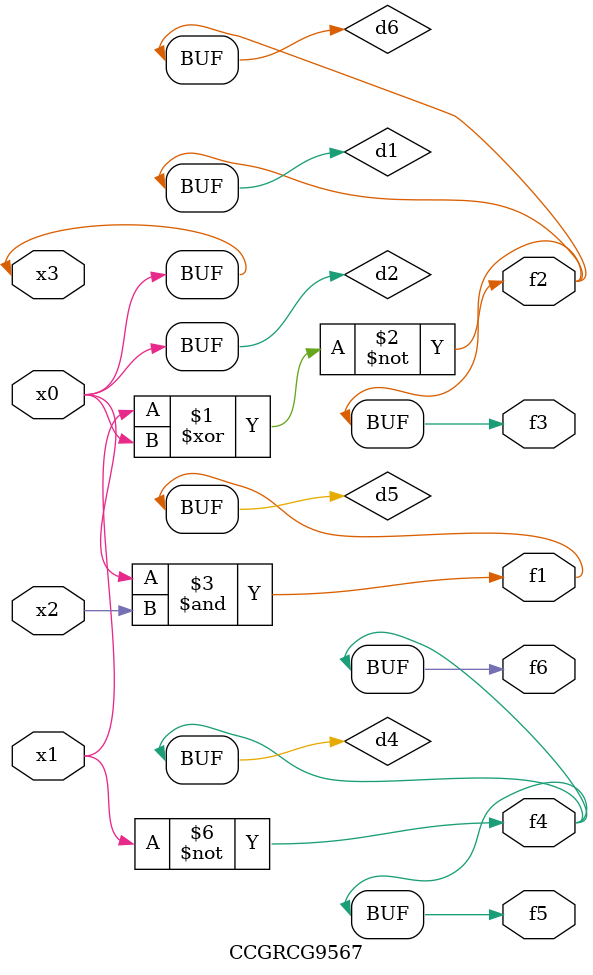
<source format=v>
module CCGRCG9567(
	input x0, x1, x2, x3,
	output f1, f2, f3, f4, f5, f6
);

	wire d1, d2, d3, d4, d5, d6;

	xnor (d1, x1, x3);
	buf (d2, x0, x3);
	nand (d3, x0, x2);
	not (d4, x1);
	nand (d5, d3);
	or (d6, d1);
	assign f1 = d5;
	assign f2 = d6;
	assign f3 = d6;
	assign f4 = d4;
	assign f5 = d4;
	assign f6 = d4;
endmodule

</source>
